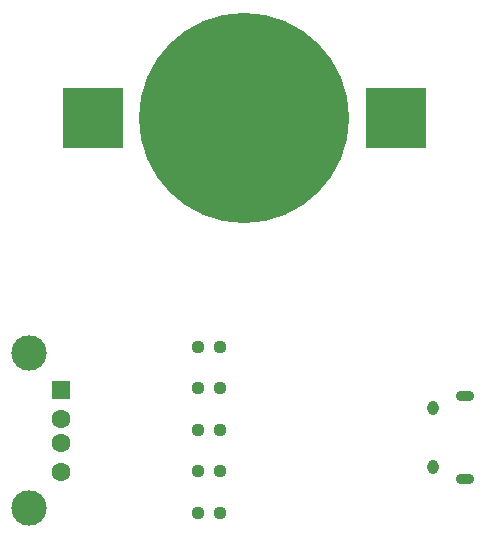
<source format=gbr>
%TF.GenerationSoftware,KiCad,Pcbnew,8.0.0*%
%TF.CreationDate,2024-02-28T17:19:02+01:00*%
%TF.ProjectId,carte-test-cable-usb,63617274-652d-4746-9573-742d6361626c,rev?*%
%TF.SameCoordinates,Original*%
%TF.FileFunction,Soldermask,Bot*%
%TF.FilePolarity,Negative*%
%FSLAX46Y46*%
G04 Gerber Fmt 4.6, Leading zero omitted, Abs format (unit mm)*
G04 Created by KiCad (PCBNEW 8.0.0) date 2024-02-28 17:19:02*
%MOMM*%
%LPD*%
G01*
G04 APERTURE LIST*
G04 Aperture macros list*
%AMRoundRect*
0 Rectangle with rounded corners*
0 $1 Rounding radius*
0 $2 $3 $4 $5 $6 $7 $8 $9 X,Y pos of 4 corners*
0 Add a 4 corners polygon primitive as box body*
4,1,4,$2,$3,$4,$5,$6,$7,$8,$9,$2,$3,0*
0 Add four circle primitives for the rounded corners*
1,1,$1+$1,$2,$3*
1,1,$1+$1,$4,$5*
1,1,$1+$1,$6,$7*
1,1,$1+$1,$8,$9*
0 Add four rect primitives between the rounded corners*
20,1,$1+$1,$2,$3,$4,$5,0*
20,1,$1+$1,$4,$5,$6,$7,0*
20,1,$1+$1,$6,$7,$8,$9,0*
20,1,$1+$1,$8,$9,$2,$3,0*%
G04 Aperture macros list end*
%ADD10RoundRect,0.237500X-0.250000X-0.237500X0.250000X-0.237500X0.250000X0.237500X-0.250000X0.237500X0*%
%ADD11O,1.550000X0.890000*%
%ADD12O,0.950000X1.250000*%
%ADD13R,1.500000X1.600000*%
%ADD14C,1.600000*%
%ADD15C,3.000000*%
%ADD16R,5.100000X5.100000*%
%ADD17C,17.800000*%
G04 APERTURE END LIST*
D10*
%TO.C,R6*%
X141420000Y-100910000D03*
X139595000Y-100910000D03*
%TD*%
%TO.C,R5*%
X141420000Y-107880000D03*
X139595000Y-107880000D03*
%TD*%
%TO.C,R4*%
X141410000Y-104450000D03*
X139585000Y-104450000D03*
%TD*%
%TO.C,R3*%
X141430000Y-111470000D03*
X139605000Y-111470000D03*
%TD*%
%TO.C,R2*%
X141420000Y-97390000D03*
X139595000Y-97390000D03*
%TD*%
D11*
%TO.C,J2*%
X162183037Y-108536607D03*
D12*
X159483037Y-107536607D03*
X159483037Y-102536607D03*
D11*
X162183037Y-101536607D03*
%TD*%
D13*
%TO.C,J1*%
X128000000Y-101000000D03*
D14*
X128000000Y-103500000D03*
X128000000Y-105500000D03*
X128000000Y-108000000D03*
D15*
X125290000Y-97930000D03*
X125290000Y-111070000D03*
%TD*%
D16*
%TO.C,BT1*%
X156300000Y-78000000D03*
X130700000Y-78000000D03*
D17*
X143500000Y-78000000D03*
%TD*%
M02*

</source>
